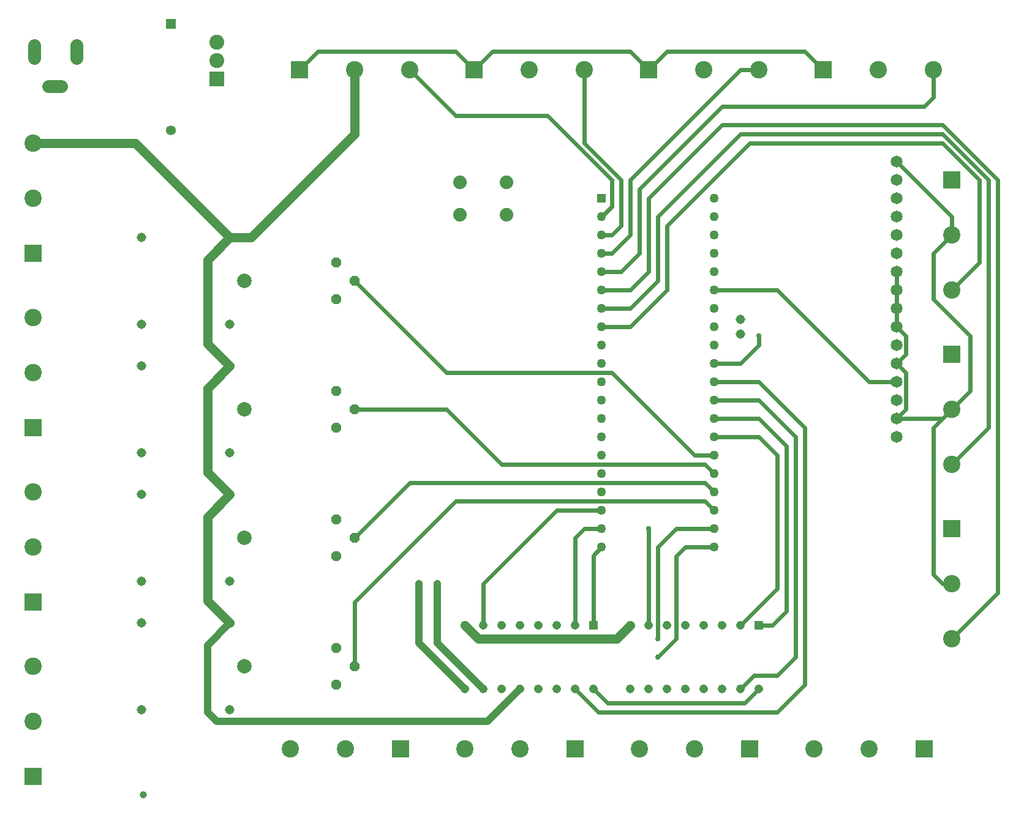
<source format=gbr>
G04 EAGLE Gerber RS-274X export*
G75*
%MOMM*%
%FSLAX34Y34*%
%LPD*%
%INBottom Copper*%
%IPPOS*%
%AMOC8*
5,1,8,0,0,1.08239X$1,22.5*%
G01*
%ADD10R,1.358000X1.358000*%
%ADD11C,1.358000*%
%ADD12R,1.268000X1.268000*%
%ADD13C,1.268000*%
%ADD14R,2.055000X2.055000*%
%ADD15C,2.055000*%
%ADD16R,1.208000X1.208000*%
%ADD17C,1.208000*%
%ADD18C,1.800000*%
%ADD19C,2.010000*%
%ADD20C,1.308000*%
%ADD21P,1.429621X8X22.500000*%
%ADD22C,1.879600*%
%ADD23R,2.400000X2.400000*%
%ADD24C,2.400000*%
%ADD25C,1.650000*%
%ADD26C,1.000000*%
%ADD27C,0.609600*%
%ADD28C,1.270000*%
%ADD29C,1.016000*%
%ADD30C,0.756400*%
%ADD31C,0.609600*%


D10*
X279400Y977900D03*
D11*
X279400Y830900D03*
D12*
X875020Y736600D03*
D13*
X875020Y711200D03*
X875020Y685800D03*
X875020Y660400D03*
X875020Y635000D03*
X875020Y609600D03*
X875020Y584200D03*
X875020Y558800D03*
X875020Y533400D03*
X875020Y508000D03*
X875020Y482600D03*
X875020Y457200D03*
X875020Y431800D03*
X875020Y406400D03*
X875020Y381000D03*
X875020Y355600D03*
X875020Y330200D03*
X875020Y304800D03*
X875020Y279400D03*
X875020Y254000D03*
X1029980Y254000D03*
X1029980Y279400D03*
X1029980Y304800D03*
X1029980Y330200D03*
X1029980Y355600D03*
X1029980Y381000D03*
X1029980Y406400D03*
X1029980Y431800D03*
X1029980Y457200D03*
X1029980Y482600D03*
X1029980Y508000D03*
X1029980Y533400D03*
X1029980Y558800D03*
X1029980Y584200D03*
X1029980Y609600D03*
X1029980Y635000D03*
X1029980Y660400D03*
X1029980Y685800D03*
X1029980Y711200D03*
X1029980Y736600D03*
D14*
X342900Y901700D03*
D15*
X342900Y927050D03*
X342900Y952400D03*
D16*
X1092200Y145600D03*
D17*
X1066800Y145600D03*
X1041400Y145600D03*
X1016000Y145600D03*
X990600Y145600D03*
X965200Y145600D03*
X939800Y145600D03*
X914400Y145600D03*
X914400Y57600D03*
X939800Y57600D03*
X965200Y57600D03*
X990600Y57600D03*
X1016000Y57600D03*
X1041400Y57600D03*
X1066800Y57600D03*
X1092200Y57600D03*
D16*
X863600Y145600D03*
D17*
X838200Y145600D03*
X812800Y145600D03*
X787400Y145600D03*
X762000Y145600D03*
X736600Y145600D03*
X711200Y145600D03*
X685800Y145600D03*
X685800Y57600D03*
X711200Y57600D03*
X736600Y57600D03*
X762000Y57600D03*
X787400Y57600D03*
X812800Y57600D03*
X838200Y57600D03*
X863600Y57600D03*
D18*
X90700Y930800D02*
X90700Y948800D01*
X148700Y948800D02*
X148700Y930800D01*
X127700Y891800D02*
X109700Y891800D01*
D19*
X381000Y622300D03*
D20*
X361000Y562300D03*
X361000Y682300D03*
X239000Y562300D03*
X239000Y682300D03*
D19*
X381000Y88900D03*
D20*
X361000Y28900D03*
X361000Y148900D03*
X239000Y28900D03*
X239000Y148900D03*
D19*
X381000Y444500D03*
D20*
X361000Y384500D03*
X361000Y504500D03*
X239000Y384500D03*
X239000Y504500D03*
D19*
X381000Y266700D03*
D20*
X361000Y206700D03*
X361000Y326700D03*
X239000Y206700D03*
X239000Y326700D03*
D21*
X508000Y596900D03*
X533400Y622300D03*
X508000Y647700D03*
X508000Y63500D03*
X533400Y88900D03*
X508000Y114300D03*
X508000Y419100D03*
X533400Y444500D03*
X508000Y469900D03*
X508000Y241300D03*
X533400Y266700D03*
X508000Y292100D03*
D22*
X743712Y713994D03*
X678688Y713994D03*
X743712Y759206D03*
X678688Y759206D03*
D23*
X1320800Y-25400D03*
D24*
X1244600Y-25400D03*
X1168400Y-25400D03*
D23*
X1079500Y-25400D03*
D24*
X1003300Y-25400D03*
X927100Y-25400D03*
D23*
X596900Y-25400D03*
D24*
X520700Y-25400D03*
X444500Y-25400D03*
D23*
X838200Y-25400D03*
D24*
X762000Y-25400D03*
X685800Y-25400D03*
D23*
X939800Y914400D03*
D24*
X1016000Y914400D03*
X1092200Y914400D03*
D23*
X698500Y914400D03*
D24*
X774700Y914400D03*
X850900Y914400D03*
D23*
X1181100Y914400D03*
D24*
X1257300Y914400D03*
X1333500Y914400D03*
D23*
X457200Y914400D03*
D24*
X533400Y914400D03*
X609600Y914400D03*
D23*
X88900Y177800D03*
D24*
X88900Y254000D03*
X88900Y330200D03*
D23*
X88900Y-63500D03*
D24*
X88900Y12700D03*
X88900Y88900D03*
D23*
X88900Y419100D03*
D24*
X88900Y495300D03*
X88900Y571500D03*
D23*
X88900Y660400D03*
D24*
X88900Y736600D03*
X88900Y812800D03*
D23*
X1358900Y762000D03*
D24*
X1358900Y685800D03*
X1358900Y609600D03*
D23*
X1358900Y520700D03*
D24*
X1358900Y444500D03*
X1358900Y368300D03*
D23*
X1358900Y279400D03*
D24*
X1358900Y203200D03*
X1358900Y127000D03*
D25*
X1282700Y406400D03*
X1282700Y431800D03*
X1282700Y457200D03*
X1282700Y482600D03*
X1282700Y508000D03*
X1282700Y533400D03*
X1282700Y558800D03*
X1282700Y584200D03*
X1282700Y609600D03*
X1282700Y635000D03*
X1282700Y660400D03*
X1282700Y685800D03*
X1282700Y711200D03*
X1282700Y736600D03*
X1282700Y762000D03*
X1282700Y787400D03*
D26*
X241300Y-88900D03*
D20*
X1066800Y568800D03*
X1066800Y548800D03*
D27*
X1029980Y609600D02*
X1117600Y609600D01*
X1244600Y482600D01*
X1282700Y482600D01*
X889000Y725180D02*
X875020Y711200D01*
X889000Y725180D02*
X889000Y762000D01*
X800100Y850900D01*
X673100Y850900D01*
X609600Y914400D01*
X875020Y685800D02*
X889000Y685800D01*
X901700Y698500D01*
X901700Y762000D01*
X850900Y812800D02*
X850900Y914400D01*
X850900Y812800D02*
X901700Y762000D01*
X914400Y762000D02*
X914400Y685800D01*
X889000Y660400D01*
X875020Y660400D01*
X1066800Y914400D02*
X1092200Y914400D01*
X1066800Y914400D02*
X914400Y762000D01*
X609600Y342900D02*
X533400Y266700D01*
X1017280Y342900D02*
X1029980Y330200D01*
X1017280Y342900D02*
X609600Y342900D01*
X1003300Y381000D02*
X1029980Y381000D01*
X1003300Y381000D02*
X889000Y495300D01*
X660400Y495300D02*
X533400Y622300D01*
X660400Y495300D02*
X889000Y495300D01*
D28*
X361000Y148900D02*
X330200Y179700D01*
X330200Y295900D02*
X361000Y326700D01*
X330200Y295900D02*
X330200Y179700D01*
X361000Y326700D02*
X330200Y357500D01*
X330200Y473700D02*
X361000Y504500D01*
X330200Y473700D02*
X330200Y357500D01*
X361000Y504500D02*
X330200Y535300D01*
X330200Y651500D02*
X361000Y682300D01*
X330200Y651500D02*
X330200Y535300D01*
X361000Y682300D02*
X230500Y812800D01*
X361000Y682300D02*
X390200Y682300D01*
X533400Y825500D01*
D29*
X361000Y148900D02*
X330200Y118100D01*
X330200Y25400D02*
X342900Y12700D01*
X717100Y12700D01*
X762000Y57600D01*
X330200Y25400D02*
X330200Y118100D01*
D28*
X230500Y812800D02*
X88900Y812800D01*
D27*
X1282700Y787400D02*
X1358900Y711200D01*
X1358900Y685800D01*
X1282700Y635000D02*
X1282700Y609600D01*
X1282700Y584200D01*
X1282700Y558800D01*
X1295522Y528089D02*
X1295400Y527967D01*
X1295400Y520700D01*
X1295522Y545978D02*
X1282700Y558800D01*
X1295522Y545978D02*
X1295522Y528089D01*
X1295400Y520700D02*
X1282700Y508000D01*
X1295400Y488033D02*
X1295522Y487911D01*
X1295400Y488033D02*
X1295400Y495300D01*
X1295522Y444622D02*
X1282700Y431800D01*
X1295522Y444622D02*
X1295522Y487911D01*
X1295400Y495300D02*
X1282700Y508000D01*
X1295400Y444500D02*
X1282700Y431800D01*
X1346200Y203200D02*
X1358900Y203200D01*
X1346200Y203200D02*
X1333500Y215900D01*
X1333500Y419100D02*
X1358900Y444500D01*
X1333500Y419100D02*
X1333500Y215900D01*
X1333500Y660400D02*
X1358900Y685800D01*
X1333500Y660400D02*
X1333500Y596900D01*
X1384300Y469900D02*
X1358900Y444500D01*
X1384300Y546100D02*
X1333500Y596900D01*
X1384300Y546100D02*
X1384300Y469900D01*
X1358900Y444500D02*
X1346200Y431800D01*
X1282700Y431800D01*
D28*
X533400Y825500D02*
X533400Y914400D01*
D27*
X1029980Y508000D02*
X1066800Y508000D01*
X1092200Y533400D01*
X1092200Y546100D01*
D30*
X1092200Y546100D03*
D28*
X685800Y145600D02*
X704400Y127000D01*
X895800Y127000D02*
X914400Y145600D01*
X895800Y127000D02*
X704400Y127000D01*
D27*
X533400Y88900D02*
X533400Y177800D01*
X1017280Y317500D02*
X1029980Y304800D01*
X673100Y317500D02*
X533400Y177800D01*
X673100Y317500D02*
X1017280Y317500D01*
X660400Y444500D02*
X533400Y444500D01*
X1017280Y368300D02*
X1029980Y355600D01*
X736600Y368300D02*
X660400Y444500D01*
X736600Y368300D02*
X1017280Y368300D01*
X838200Y266700D02*
X838200Y145600D01*
X838200Y266700D02*
X850900Y279400D01*
X875020Y279400D01*
X875020Y254000D02*
X863600Y242580D01*
X863600Y145600D01*
X711200Y145600D02*
X711200Y203200D01*
X812800Y304800D01*
X875020Y304800D01*
X939800Y279400D02*
X939800Y145600D01*
D30*
X939800Y279400D03*
D27*
X1029980Y406400D02*
X1092200Y406400D01*
X1117600Y381000D01*
X1117600Y196400D01*
X1066800Y145600D01*
X1092200Y431800D02*
X1029980Y431800D01*
X1092200Y145600D02*
X1110800Y145600D01*
X1130300Y393700D02*
X1092200Y431800D01*
X1130300Y393700D02*
X1130300Y165100D01*
X1110800Y145600D01*
X901700Y635000D02*
X927100Y660400D01*
X927100Y749300D01*
X1041400Y863600D01*
X1320800Y863600D01*
X1333500Y876300D01*
X1333500Y914400D01*
X901700Y635000D02*
X875020Y635000D01*
X977900Y279400D02*
X1029980Y279400D01*
X977900Y279400D02*
X952500Y254000D01*
X952500Y127000D01*
D30*
X952500Y127000D03*
D27*
X990600Y254000D02*
X1029980Y254000D01*
X990600Y254000D02*
X977900Y241300D01*
X977900Y152400D01*
X977900Y139700D01*
D31*
X977900Y152400D03*
D27*
X977900Y127000D01*
X952500Y101600D01*
D30*
X952500Y101600D03*
D27*
X1029980Y457200D02*
X1092200Y457200D01*
X1143000Y406400D01*
X1085400Y76200D02*
X1066800Y57600D01*
X1117600Y76200D02*
X1143000Y101600D01*
X1117600Y76200D02*
X1085400Y76200D01*
X1143000Y101600D02*
X1143000Y406400D01*
X1092200Y482600D02*
X1029980Y482600D01*
X1092200Y482600D02*
X1155700Y419100D01*
X1155700Y63500D02*
X1117600Y25400D01*
X870400Y25400D01*
X838200Y57600D01*
X1155700Y63500D02*
X1155700Y419100D01*
D29*
X685800Y57600D02*
X622300Y121100D01*
X622300Y203200D01*
D30*
X622300Y203200D03*
D29*
X647700Y121100D02*
X711200Y57600D01*
X647700Y121100D02*
X647700Y203200D01*
D30*
X647700Y203200D03*
D27*
X1181100Y914400D02*
X1155700Y939800D01*
X965200Y939800D02*
X939800Y914400D01*
X965200Y939800D02*
X1155700Y939800D01*
X939800Y914400D02*
X914400Y939800D01*
X482600Y939800D02*
X457200Y914400D01*
X698500Y914400D02*
X723900Y939800D01*
X914400Y939800D01*
X698500Y914400D02*
X673100Y939800D01*
X482600Y939800D01*
X1092200Y57600D02*
X1072700Y38100D01*
X883100Y38100D02*
X863600Y57600D01*
X883100Y38100D02*
X1072700Y38100D01*
X1358900Y609600D02*
X1397000Y647700D01*
X1397000Y762000D02*
X1346200Y812800D01*
X965200Y698500D02*
X965200Y609600D01*
X914400Y558800D01*
X875020Y558800D01*
X1397000Y647700D02*
X1397000Y762000D01*
X1346200Y812800D02*
X1079500Y812800D01*
X965200Y698500D01*
X1358900Y368300D02*
X1409700Y419100D01*
X1409700Y762000D01*
X1346200Y825500D01*
X914400Y584200D02*
X875020Y584200D01*
X1066800Y825500D02*
X1346200Y825500D01*
X1066800Y825500D02*
X952500Y711200D01*
X952500Y622300D01*
X914400Y584200D01*
X914400Y609600D02*
X875020Y609600D01*
X914400Y609600D02*
X939800Y635000D01*
X939800Y736600D01*
X1041400Y838200D01*
X1346200Y838200D01*
X1422400Y762000D01*
X1422400Y190500D02*
X1358900Y127000D01*
X1422400Y190500D02*
X1422400Y762000D01*
M02*

</source>
